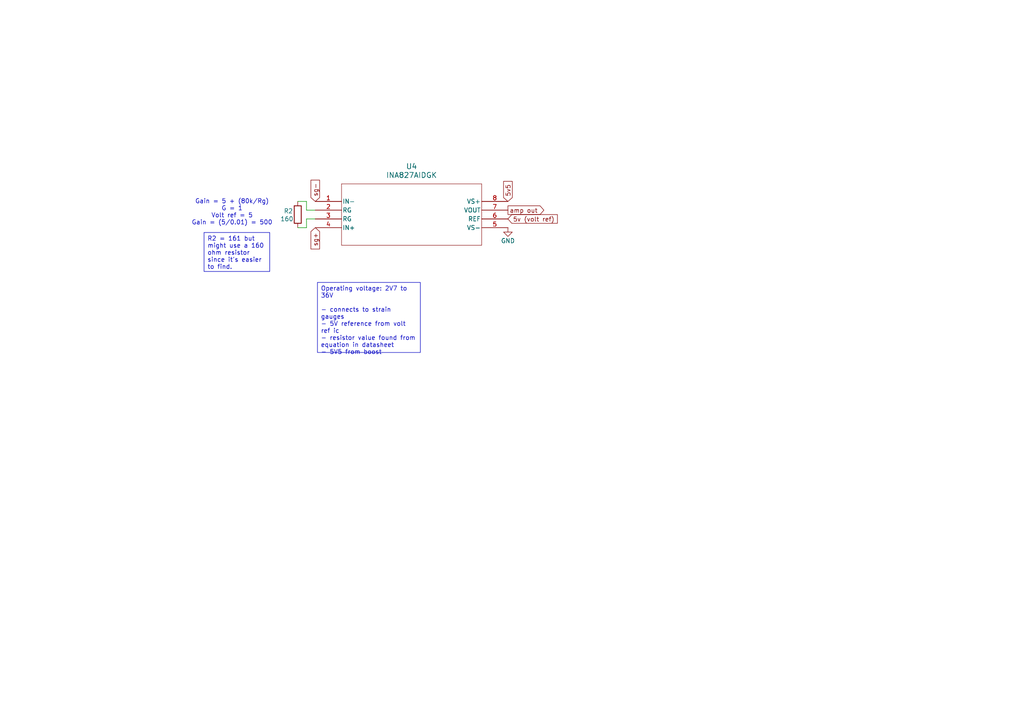
<source format=kicad_sch>
(kicad_sch (version 20250114) (generator "eeschema") (generator_version "9.0")
  (paper "A4")
  (lib_symbols
    (symbol "Device:R" (pin_numbers (hide yes)) (pin_names (offset 0))
      (property "Reference" "R" (at 2.032 0 90))
      (property "Value" "R" (at 0 0 90))
      (symbol "R_0_1"
        (rectangle (start -1.016 -2.54) (end 1.016 2.54) (stroke (width 0.254)))
      )
      (symbol "R_1_1"
        (pin passive line (at 0 3.81 270) (length 1.27) (name "~") (number "1"))
        (pin passive line (at 0 -3.81 90) (length 1.27) (name "~") (number "2"))
      )
    )
    (symbol "power:GND" (power) (pin_numbers (hide yes)) (pin_names (offset 0) (hide yes))
      (property "Value" "GND" (at 0 -3.81 0))
      (symbol "GND_0_1"
        (polyline (pts (xy 0 0) (xy 0 -1.27) (xy 1.27 -1.27) (xy 0 -2.54) (xy -1.27 -1.27) (xy 0 -1.27)))
      )
      (symbol "GND_1_1"
        (pin power_in line (at 0 0 270) (length 0) (name "~") (number "1"))
      )
    )
    (symbol "wsg sym lib:INA827AIDGK" (pin_names (offset 0.254))
      (property "Reference" "U" (at 27.94 10.16 0))
      (property "Value" "INA827AIDGK" (at 27.94 7.62 0))
      (symbol "INA827AIDGK_0_1"
        (polyline (pts (xy 7.62 5.08) (xy 7.62 -12.7)) (stroke (width 0.127)))
        (polyline (pts (xy 7.62 -12.7) (xy 48.26 -12.7)) (stroke (width 0.127)))
        (polyline (pts (xy 48.26 5.08) (xy 7.62 5.08)) (stroke (width 0.127)))
        (polyline (pts (xy 48.26 -12.7) (xy 48.26 5.08)) (stroke (width 0.127)))
        (pin input line (at 0 0 0) (length 7.62) (name "IN-") (number "1"))
        (pin unspecified line (at 0 -2.54 0) (length 7.62) (name "RG") (number "2"))
        (pin unspecified line (at 0 -5.08 0) (length 7.62) (name "RG") (number "3"))
        (pin input line (at 0 -7.62 0) (length 7.62) (name "IN+") (number "4"))
        (pin power_in line (at 55.88 0 180) (length 7.62) (name "VS+") (number "8"))
        (pin output line (at 55.88 -2.54 180) (length 7.62) (name "VOUT") (number "7"))
        (pin input line (at 55.88 -5.08 180) (length 7.62) (name "REF") (number "6"))
        (pin power_in line (at 55.88 -7.62 180) (length 7.62) (name "VS-") (number "5"))
      )
    )
  )
  (text "Gain = 5 + (80k/Rg)\nG = 1\nVolt ref = 5\nGain = (5/0.01) = 500" (at 67.31 61.595 0) (effects (font (size 1.27 1.27))))
  (text_box "Operating voltage: 2V7 to 36V\n\n- connects to strain gauges\n- 5V reference from volt ref ic\n- resistor value found from equation in datasheet\n- 5V5 from boost" (at 92.075 81.915 0) (size 29.845 20.32) (margins 0.9525 0.9525 0.9525 0.9525) (effects (font (size 1.27 1.27)) (justify left top)))
  (text_box "R2 = 161 but might use a 160 ohm resistor since it's easier to find." (at 59.182 67.437 0) (size 19.05 11.303) (margins 0.9525 0.9525 0.9525 0.9525) (effects (font (size 1.27 1.27)) (justify left top)))
  (wire (pts (xy 88.9 58.42) (xy 86.36 58.42)))
  (wire (pts (xy 91.44 63.5) (xy 88.9 63.5)))
  (wire (pts (xy 88.9 66.04) (xy 86.36 66.04)))
  (wire (pts (xy 88.9 60.96) (xy 88.9 58.42)))
  (wire (pts (xy 88.9 63.5) (xy 88.9 66.04)))
  (wire (pts (xy 91.44 60.96) (xy 88.9 60.96)))
  (global_label "sg-" (shape input) (at 91.44 58.42 90) (property "Intersheetrefs" "${INTERSHEET_REFS}" (effects (hide yes))))
  (global_label "5v (volt ref)" (shape input) (at 147.32 63.5 0) (property "Intersheetrefs" "${INTERSHEET_REFS}" (effects (hide yes))))
  (global_label "5v5" (shape input) (at 147.32 58.42 90) (property "Intersheetrefs" "${INTERSHEET_REFS}" (effects (hide yes))))
  (global_label "sg+" (shape input) (at 91.44 66.04 270) (property "Intersheetrefs" "${INTERSHEET_REFS}" (effects (hide yes))))
  (global_label "amp out" (shape output) (at 147.32 60.96 0) (property "Intersheetrefs" "${INTERSHEET_REFS}" (effects (hide yes))))
  (symbol (lib_id "Device:R") (at 86.36 62.23 0) (unit 1)
    (property "Reference" "R2" (at 82.296 61.214 0) (effects (justify left)))
    (property "Value" "160" (at 81.28 63.5 0) (effects (justify left)))
    (property "Description" "Resistor" (effects (hide yes)))
  )
  (symbol (lib_id "power:GND") (at 147.32 66.04 0) (unit 1)
    (property "Reference" "#PWR061" (effects (hide yes)))
    (property "Value" "GND" (at 147.32 69.85 0))
    (property "Description" "Power symbol creates a global label with name \"GND\" , ground" (effects (hide yes)))
  )
  (symbol (lib_id "wsg sym lib:INA827AIDGK") (at 91.44 58.42 0) (unit 1)
    (property "Reference" "U4" (at 119.38 48.26 0) (effects (font (size 1.524 1.524))))
    (property "Value" "INA827AIDGK" (at 119.38 50.8 0) (effects (font (size 1.524 1.524))))
    (property "Footprint" "DGK8_TEX" (effects (hide yes)))
    (property "Datasheet" "INA827AIDGK" (effects (hide yes)))
  )
)
</source>
